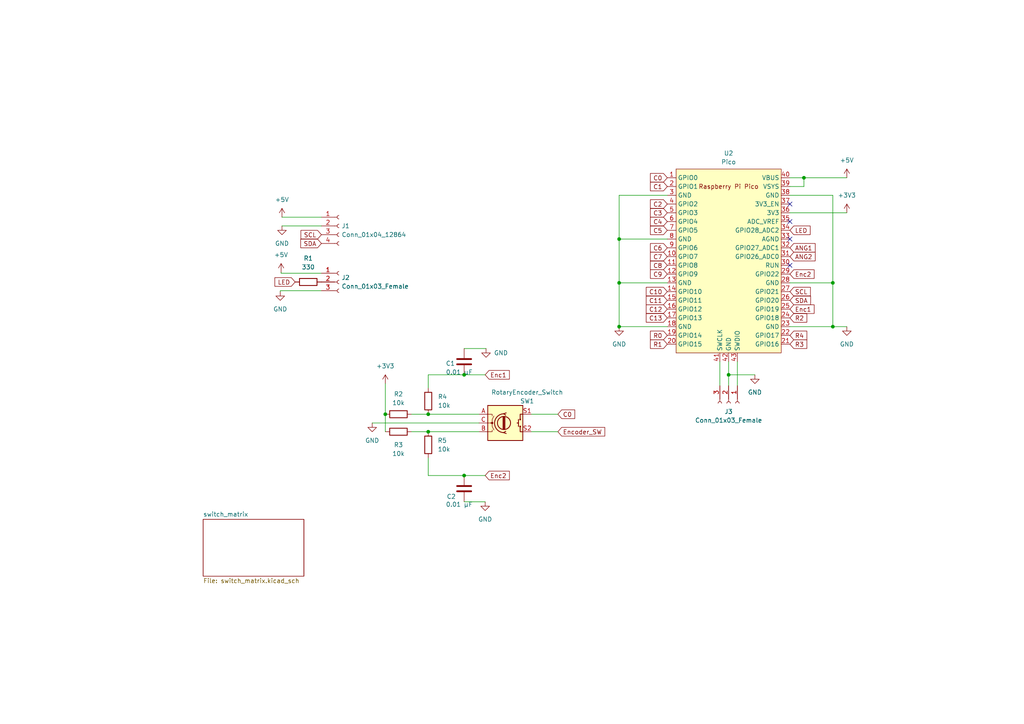
<source format=kicad_sch>
(kicad_sch (version 20230121) (generator eeschema)

  (uuid bae0810c-de5c-4877-9e50-ea2ffd613142)

  (paper "A4")

  (title_block
    (title "CyberKeeb  2040")
    (date "2023-06-10")
    (rev "0.1")
    (comment 1 "CC BY-SA 4.0")
  )

  (lib_symbols
    (symbol "Connector:Conn_01x03_Female" (pin_names (offset 1.016) hide) (in_bom yes) (on_board yes)
      (property "Reference" "J" (at 0 5.08 0)
        (effects (font (size 1.27 1.27)))
      )
      (property "Value" "Conn_01x03_Female" (at 0 -5.08 0)
        (effects (font (size 1.27 1.27)))
      )
      (property "Footprint" "" (at 0 0 0)
        (effects (font (size 1.27 1.27)) hide)
      )
      (property "Datasheet" "~" (at 0 0 0)
        (effects (font (size 1.27 1.27)) hide)
      )
      (property "ki_keywords" "connector" (at 0 0 0)
        (effects (font (size 1.27 1.27)) hide)
      )
      (property "ki_description" "Generic connector, single row, 01x03, script generated (kicad-library-utils/schlib/autogen/connector/)" (at 0 0 0)
        (effects (font (size 1.27 1.27)) hide)
      )
      (property "ki_fp_filters" "Connector*:*_1x??_*" (at 0 0 0)
        (effects (font (size 1.27 1.27)) hide)
      )
      (symbol "Conn_01x03_Female_1_1"
        (arc (start 0 -2.032) (mid -0.5058 -2.54) (end 0 -3.048)
          (stroke (width 0.1524) (type default))
          (fill (type none))
        )
        (polyline
          (pts
            (xy -1.27 -2.54)
            (xy -0.508 -2.54)
          )
          (stroke (width 0.1524) (type default))
          (fill (type none))
        )
        (polyline
          (pts
            (xy -1.27 0)
            (xy -0.508 0)
          )
          (stroke (width 0.1524) (type default))
          (fill (type none))
        )
        (polyline
          (pts
            (xy -1.27 2.54)
            (xy -0.508 2.54)
          )
          (stroke (width 0.1524) (type default))
          (fill (type none))
        )
        (arc (start 0 0.508) (mid -0.5058 0) (end 0 -0.508)
          (stroke (width 0.1524) (type default))
          (fill (type none))
        )
        (arc (start 0 3.048) (mid -0.5058 2.54) (end 0 2.032)
          (stroke (width 0.1524) (type default))
          (fill (type none))
        )
        (pin passive line (at -5.08 2.54 0) (length 3.81)
          (name "Pin_1" (effects (font (size 1.27 1.27))))
          (number "1" (effects (font (size 1.27 1.27))))
        )
        (pin passive line (at -5.08 0 0) (length 3.81)
          (name "Pin_2" (effects (font (size 1.27 1.27))))
          (number "2" (effects (font (size 1.27 1.27))))
        )
        (pin passive line (at -5.08 -2.54 0) (length 3.81)
          (name "Pin_3" (effects (font (size 1.27 1.27))))
          (number "3" (effects (font (size 1.27 1.27))))
        )
      )
    )
    (symbol "Connector:Conn_01x04_Female" (pin_names (offset 1.016) hide) (in_bom yes) (on_board yes)
      (property "Reference" "J" (at 0 5.08 0)
        (effects (font (size 1.27 1.27)))
      )
      (property "Value" "Conn_01x04_Female" (at 0 -7.62 0)
        (effects (font (size 1.27 1.27)))
      )
      (property "Footprint" "" (at 0 0 0)
        (effects (font (size 1.27 1.27)) hide)
      )
      (property "Datasheet" "~" (at 0 0 0)
        (effects (font (size 1.27 1.27)) hide)
      )
      (property "ki_keywords" "connector" (at 0 0 0)
        (effects (font (size 1.27 1.27)) hide)
      )
      (property "ki_description" "Generic connector, single row, 01x04, script generated (kicad-library-utils/schlib/autogen/connector/)" (at 0 0 0)
        (effects (font (size 1.27 1.27)) hide)
      )
      (property "ki_fp_filters" "Connector*:*_1x??_*" (at 0 0 0)
        (effects (font (size 1.27 1.27)) hide)
      )
      (symbol "Conn_01x04_Female_1_1"
        (arc (start 0 -4.572) (mid -0.5058 -5.08) (end 0 -5.588)
          (stroke (width 0.1524) (type default))
          (fill (type none))
        )
        (arc (start 0 -2.032) (mid -0.5058 -2.54) (end 0 -3.048)
          (stroke (width 0.1524) (type default))
          (fill (type none))
        )
        (polyline
          (pts
            (xy -1.27 -5.08)
            (xy -0.508 -5.08)
          )
          (stroke (width 0.1524) (type default))
          (fill (type none))
        )
        (polyline
          (pts
            (xy -1.27 -2.54)
            (xy -0.508 -2.54)
          )
          (stroke (width 0.1524) (type default))
          (fill (type none))
        )
        (polyline
          (pts
            (xy -1.27 0)
            (xy -0.508 0)
          )
          (stroke (width 0.1524) (type default))
          (fill (type none))
        )
        (polyline
          (pts
            (xy -1.27 2.54)
            (xy -0.508 2.54)
          )
          (stroke (width 0.1524) (type default))
          (fill (type none))
        )
        (arc (start 0 0.508) (mid -0.5058 0) (end 0 -0.508)
          (stroke (width 0.1524) (type default))
          (fill (type none))
        )
        (arc (start 0 3.048) (mid -0.5058 2.54) (end 0 2.032)
          (stroke (width 0.1524) (type default))
          (fill (type none))
        )
        (pin passive line (at -5.08 2.54 0) (length 3.81)
          (name "Pin_1" (effects (font (size 1.27 1.27))))
          (number "1" (effects (font (size 1.27 1.27))))
        )
        (pin passive line (at -5.08 0 0) (length 3.81)
          (name "Pin_2" (effects (font (size 1.27 1.27))))
          (number "2" (effects (font (size 1.27 1.27))))
        )
        (pin passive line (at -5.08 -2.54 0) (length 3.81)
          (name "Pin_3" (effects (font (size 1.27 1.27))))
          (number "3" (effects (font (size 1.27 1.27))))
        )
        (pin passive line (at -5.08 -5.08 0) (length 3.81)
          (name "Pin_4" (effects (font (size 1.27 1.27))))
          (number "4" (effects (font (size 1.27 1.27))))
        )
      )
    )
    (symbol "Device:C" (pin_numbers hide) (pin_names (offset 0.254)) (in_bom yes) (on_board yes)
      (property "Reference" "C" (at 0.635 2.54 0)
        (effects (font (size 1.27 1.27)) (justify left))
      )
      (property "Value" "C" (at 0.635 -2.54 0)
        (effects (font (size 1.27 1.27)) (justify left))
      )
      (property "Footprint" "" (at 0.9652 -3.81 0)
        (effects (font (size 1.27 1.27)) hide)
      )
      (property "Datasheet" "~" (at 0 0 0)
        (effects (font (size 1.27 1.27)) hide)
      )
      (property "ki_keywords" "cap capacitor" (at 0 0 0)
        (effects (font (size 1.27 1.27)) hide)
      )
      (property "ki_description" "Unpolarized capacitor" (at 0 0 0)
        (effects (font (size 1.27 1.27)) hide)
      )
      (property "ki_fp_filters" "C_*" (at 0 0 0)
        (effects (font (size 1.27 1.27)) hide)
      )
      (symbol "C_0_1"
        (polyline
          (pts
            (xy -2.032 -0.762)
            (xy 2.032 -0.762)
          )
          (stroke (width 0.508) (type default))
          (fill (type none))
        )
        (polyline
          (pts
            (xy -2.032 0.762)
            (xy 2.032 0.762)
          )
          (stroke (width 0.508) (type default))
          (fill (type none))
        )
      )
      (symbol "C_1_1"
        (pin passive line (at 0 3.81 270) (length 2.794)
          (name "~" (effects (font (size 1.27 1.27))))
          (number "1" (effects (font (size 1.27 1.27))))
        )
        (pin passive line (at 0 -3.81 90) (length 2.794)
          (name "~" (effects (font (size 1.27 1.27))))
          (number "2" (effects (font (size 1.27 1.27))))
        )
      )
    )
    (symbol "Device:R" (pin_numbers hide) (pin_names (offset 0)) (in_bom yes) (on_board yes)
      (property "Reference" "R" (at 2.032 0 90)
        (effects (font (size 1.27 1.27)))
      )
      (property "Value" "R" (at 0 0 90)
        (effects (font (size 1.27 1.27)))
      )
      (property "Footprint" "" (at -1.778 0 90)
        (effects (font (size 1.27 1.27)) hide)
      )
      (property "Datasheet" "~" (at 0 0 0)
        (effects (font (size 1.27 1.27)) hide)
      )
      (property "ki_keywords" "R res resistor" (at 0 0 0)
        (effects (font (size 1.27 1.27)) hide)
      )
      (property "ki_description" "Resistor" (at 0 0 0)
        (effects (font (size 1.27 1.27)) hide)
      )
      (property "ki_fp_filters" "R_*" (at 0 0 0)
        (effects (font (size 1.27 1.27)) hide)
      )
      (symbol "R_0_1"
        (rectangle (start -1.016 -2.54) (end 1.016 2.54)
          (stroke (width 0.254) (type default))
          (fill (type none))
        )
      )
      (symbol "R_1_1"
        (pin passive line (at 0 3.81 270) (length 1.27)
          (name "~" (effects (font (size 1.27 1.27))))
          (number "1" (effects (font (size 1.27 1.27))))
        )
        (pin passive line (at 0 -3.81 90) (length 1.27)
          (name "~" (effects (font (size 1.27 1.27))))
          (number "2" (effects (font (size 1.27 1.27))))
        )
      )
    )
    (symbol "Device:RotaryEncoder_Switch" (pin_names (offset 0.254) hide) (in_bom yes) (on_board yes)
      (property "Reference" "SW" (at 0 6.604 0)
        (effects (font (size 1.27 1.27)))
      )
      (property "Value" "RotaryEncoder_Switch" (at 0 -6.604 0)
        (effects (font (size 1.27 1.27)))
      )
      (property "Footprint" "" (at -3.81 4.064 0)
        (effects (font (size 1.27 1.27)) hide)
      )
      (property "Datasheet" "~" (at 0 6.604 0)
        (effects (font (size 1.27 1.27)) hide)
      )
      (property "ki_keywords" "rotary switch encoder switch push button" (at 0 0 0)
        (effects (font (size 1.27 1.27)) hide)
      )
      (property "ki_description" "Rotary encoder, dual channel, incremental quadrate outputs, with switch" (at 0 0 0)
        (effects (font (size 1.27 1.27)) hide)
      )
      (property "ki_fp_filters" "RotaryEncoder*Switch*" (at 0 0 0)
        (effects (font (size 1.27 1.27)) hide)
      )
      (symbol "RotaryEncoder_Switch_0_1"
        (rectangle (start -5.08 5.08) (end 5.08 -5.08)
          (stroke (width 0.254) (type default))
          (fill (type background))
        )
        (circle (center -3.81 0) (radius 0.254)
          (stroke (width 0) (type default))
          (fill (type outline))
        )
        (circle (center -0.381 0) (radius 1.905)
          (stroke (width 0.254) (type default))
          (fill (type none))
        )
        (arc (start -0.381 2.667) (mid -3.0988 -0.0635) (end -0.381 -2.794)
          (stroke (width 0.254) (type default))
          (fill (type none))
        )
        (polyline
          (pts
            (xy -0.635 -1.778)
            (xy -0.635 1.778)
          )
          (stroke (width 0.254) (type default))
          (fill (type none))
        )
        (polyline
          (pts
            (xy -0.381 -1.778)
            (xy -0.381 1.778)
          )
          (stroke (width 0.254) (type default))
          (fill (type none))
        )
        (polyline
          (pts
            (xy -0.127 1.778)
            (xy -0.127 -1.778)
          )
          (stroke (width 0.254) (type default))
          (fill (type none))
        )
        (polyline
          (pts
            (xy 3.81 0)
            (xy 3.429 0)
          )
          (stroke (width 0.254) (type default))
          (fill (type none))
        )
        (polyline
          (pts
            (xy 3.81 1.016)
            (xy 3.81 -1.016)
          )
          (stroke (width 0.254) (type default))
          (fill (type none))
        )
        (polyline
          (pts
            (xy -5.08 -2.54)
            (xy -3.81 -2.54)
            (xy -3.81 -2.032)
          )
          (stroke (width 0) (type default))
          (fill (type none))
        )
        (polyline
          (pts
            (xy -5.08 2.54)
            (xy -3.81 2.54)
            (xy -3.81 2.032)
          )
          (stroke (width 0) (type default))
          (fill (type none))
        )
        (polyline
          (pts
            (xy 0.254 -3.048)
            (xy -0.508 -2.794)
            (xy 0.127 -2.413)
          )
          (stroke (width 0.254) (type default))
          (fill (type none))
        )
        (polyline
          (pts
            (xy 0.254 2.921)
            (xy -0.508 2.667)
            (xy 0.127 2.286)
          )
          (stroke (width 0.254) (type default))
          (fill (type none))
        )
        (polyline
          (pts
            (xy 5.08 -2.54)
            (xy 4.318 -2.54)
            (xy 4.318 -1.016)
          )
          (stroke (width 0.254) (type default))
          (fill (type none))
        )
        (polyline
          (pts
            (xy 5.08 2.54)
            (xy 4.318 2.54)
            (xy 4.318 1.016)
          )
          (stroke (width 0.254) (type default))
          (fill (type none))
        )
        (polyline
          (pts
            (xy -5.08 0)
            (xy -3.81 0)
            (xy -3.81 -1.016)
            (xy -3.302 -2.032)
          )
          (stroke (width 0) (type default))
          (fill (type none))
        )
        (polyline
          (pts
            (xy -4.318 0)
            (xy -3.81 0)
            (xy -3.81 1.016)
            (xy -3.302 2.032)
          )
          (stroke (width 0) (type default))
          (fill (type none))
        )
        (circle (center 4.318 -1.016) (radius 0.127)
          (stroke (width 0.254) (type default))
          (fill (type none))
        )
        (circle (center 4.318 1.016) (radius 0.127)
          (stroke (width 0.254) (type default))
          (fill (type none))
        )
      )
      (symbol "RotaryEncoder_Switch_1_1"
        (pin passive line (at -7.62 2.54 0) (length 2.54)
          (name "A" (effects (font (size 1.27 1.27))))
          (number "A" (effects (font (size 1.27 1.27))))
        )
        (pin passive line (at -7.62 -2.54 0) (length 2.54)
          (name "B" (effects (font (size 1.27 1.27))))
          (number "B" (effects (font (size 1.27 1.27))))
        )
        (pin passive line (at -7.62 0 0) (length 2.54)
          (name "C" (effects (font (size 1.27 1.27))))
          (number "C" (effects (font (size 1.27 1.27))))
        )
        (pin passive line (at 7.62 2.54 180) (length 2.54)
          (name "S1" (effects (font (size 1.27 1.27))))
          (number "S1" (effects (font (size 1.27 1.27))))
        )
        (pin passive line (at 7.62 -2.54 180) (length 2.54)
          (name "S2" (effects (font (size 1.27 1.27))))
          (number "S2" (effects (font (size 1.27 1.27))))
        )
      )
    )
    (symbol "MCU_RaspberryPi_and_Boards:Pico" (in_bom yes) (on_board yes)
      (property "Reference" "U" (at -13.97 27.94 0)
        (effects (font (size 1.27 1.27)))
      )
      (property "Value" "Pico" (at 0 19.05 0)
        (effects (font (size 1.27 1.27)))
      )
      (property "Footprint" "RPi_Pico:RPi_Pico_SMD_TH" (at 0 0 90)
        (effects (font (size 1.27 1.27)) hide)
      )
      (property "Datasheet" "" (at 0 0 0)
        (effects (font (size 1.27 1.27)) hide)
      )
      (symbol "Pico_0_0"
        (text "Raspberry Pi Pico" (at 0 21.59 0)
          (effects (font (size 1.27 1.27)))
        )
      )
      (symbol "Pico_0_1"
        (rectangle (start -15.24 26.67) (end 15.24 -26.67)
          (stroke (width 0) (type default))
          (fill (type background))
        )
      )
      (symbol "Pico_1_1"
        (pin bidirectional line (at -17.78 24.13 0) (length 2.54)
          (name "GPIO0" (effects (font (size 1.27 1.27))))
          (number "1" (effects (font (size 1.27 1.27))))
        )
        (pin bidirectional line (at -17.78 1.27 0) (length 2.54)
          (name "GPIO7" (effects (font (size 1.27 1.27))))
          (number "10" (effects (font (size 1.27 1.27))))
        )
        (pin bidirectional line (at -17.78 -1.27 0) (length 2.54)
          (name "GPIO8" (effects (font (size 1.27 1.27))))
          (number "11" (effects (font (size 1.27 1.27))))
        )
        (pin bidirectional line (at -17.78 -3.81 0) (length 2.54)
          (name "GPIO9" (effects (font (size 1.27 1.27))))
          (number "12" (effects (font (size 1.27 1.27))))
        )
        (pin power_in line (at -17.78 -6.35 0) (length 2.54)
          (name "GND" (effects (font (size 1.27 1.27))))
          (number "13" (effects (font (size 1.27 1.27))))
        )
        (pin bidirectional line (at -17.78 -8.89 0) (length 2.54)
          (name "GPIO10" (effects (font (size 1.27 1.27))))
          (number "14" (effects (font (size 1.27 1.27))))
        )
        (pin bidirectional line (at -17.78 -11.43 0) (length 2.54)
          (name "GPIO11" (effects (font (size 1.27 1.27))))
          (number "15" (effects (font (size 1.27 1.27))))
        )
        (pin bidirectional line (at -17.78 -13.97 0) (length 2.54)
          (name "GPIO12" (effects (font (size 1.27 1.27))))
          (number "16" (effects (font (size 1.27 1.27))))
        )
        (pin bidirectional line (at -17.78 -16.51 0) (length 2.54)
          (name "GPIO13" (effects (font (size 1.27 1.27))))
          (number "17" (effects (font (size 1.27 1.27))))
        )
        (pin power_in line (at -17.78 -19.05 0) (length 2.54)
          (name "GND" (effects (font (size 1.27 1.27))))
          (number "18" (effects (font (size 1.27 1.27))))
        )
        (pin bidirectional line (at -17.78 -21.59 0) (length 2.54)
          (name "GPIO14" (effects (font (size 1.27 1.27))))
          (number "19" (effects (font (size 1.27 1.27))))
        )
        (pin bidirectional line (at -17.78 21.59 0) (length 2.54)
          (name "GPIO1" (effects (font (size 1.27 1.27))))
          (number "2" (effects (font (size 1.27 1.27))))
        )
        (pin bidirectional line (at -17.78 -24.13 0) (length 2.54)
          (name "GPIO15" (effects (font (size 1.27 1.27))))
          (number "20" (effects (font (size 1.27 1.27))))
        )
        (pin bidirectional line (at 17.78 -24.13 180) (length 2.54)
          (name "GPIO16" (effects (font (size 1.27 1.27))))
          (number "21" (effects (font (size 1.27 1.27))))
        )
        (pin bidirectional line (at 17.78 -21.59 180) (length 2.54)
          (name "GPIO17" (effects (font (size 1.27 1.27))))
          (number "22" (effects (font (size 1.27 1.27))))
        )
        (pin power_in line (at 17.78 -19.05 180) (length 2.54)
          (name "GND" (effects (font (size 1.27 1.27))))
          (number "23" (effects (font (size 1.27 1.27))))
        )
        (pin bidirectional line (at 17.78 -16.51 180) (length 2.54)
          (name "GPIO18" (effects (font (size 1.27 1.27))))
          (number "24" (effects (font (size 1.27 1.27))))
        )
        (pin bidirectional line (at 17.78 -13.97 180) (length 2.54)
          (name "GPIO19" (effects (font (size 1.27 1.27))))
          (number "25" (effects (font (size 1.27 1.27))))
        )
        (pin bidirectional line (at 17.78 -11.43 180) (length 2.54)
          (name "GPIO20" (effects (font (size 1.27 1.27))))
          (number "26" (effects (font (size 1.27 1.27))))
        )
        (pin bidirectional line (at 17.78 -8.89 180) (length 2.54)
          (name "GPIO21" (effects (font (size 1.27 1.27))))
          (number "27" (effects (font (size 1.27 1.27))))
        )
        (pin power_in line (at 17.78 -6.35 180) (length 2.54)
          (name "GND" (effects (font (size 1.27 1.27))))
          (number "28" (effects (font (size 1.27 1.27))))
        )
        (pin bidirectional line (at 17.78 -3.81 180) (length 2.54)
          (name "GPIO22" (effects (font (size 1.27 1.27))))
          (number "29" (effects (font (size 1.27 1.27))))
        )
        (pin power_in line (at -17.78 19.05 0) (length 2.54)
          (name "GND" (effects (font (size 1.27 1.27))))
          (number "3" (effects (font (size 1.27 1.27))))
        )
        (pin input line (at 17.78 -1.27 180) (length 2.54)
          (name "RUN" (effects (font (size 1.27 1.27))))
          (number "30" (effects (font (size 1.27 1.27))))
        )
        (pin bidirectional line (at 17.78 1.27 180) (length 2.54)
          (name "GPIO26_ADC0" (effects (font (size 1.27 1.27))))
          (number "31" (effects (font (size 1.27 1.27))))
        )
        (pin bidirectional line (at 17.78 3.81 180) (length 2.54)
          (name "GPIO27_ADC1" (effects (font (size 1.27 1.27))))
          (number "32" (effects (font (size 1.27 1.27))))
        )
        (pin power_in line (at 17.78 6.35 180) (length 2.54)
          (name "AGND" (effects (font (size 1.27 1.27))))
          (number "33" (effects (font (size 1.27 1.27))))
        )
        (pin bidirectional line (at 17.78 8.89 180) (length 2.54)
          (name "GPIO28_ADC2" (effects (font (size 1.27 1.27))))
          (number "34" (effects (font (size 1.27 1.27))))
        )
        (pin power_in line (at 17.78 11.43 180) (length 2.54)
          (name "ADC_VREF" (effects (font (size 1.27 1.27))))
          (number "35" (effects (font (size 1.27 1.27))))
        )
        (pin power_in line (at 17.78 13.97 180) (length 2.54)
          (name "3V3" (effects (font (size 1.27 1.27))))
          (number "36" (effects (font (size 1.27 1.27))))
        )
        (pin input line (at 17.78 16.51 180) (length 2.54)
          (name "3V3_EN" (effects (font (size 1.27 1.27))))
          (number "37" (effects (font (size 1.27 1.27))))
        )
        (pin bidirectional line (at 17.78 19.05 180) (length 2.54)
          (name "GND" (effects (font (size 1.27 1.27))))
          (number "38" (effects (font (size 1.27 1.27))))
        )
        (pin power_in line (at 17.78 21.59 180) (length 2.54)
          (name "VSYS" (effects (font (size 1.27 1.27))))
          (number "39" (effects (font (size 1.27 1.27))))
        )
        (pin bidirectional line (at -17.78 16.51 0) (length 2.54)
          (name "GPIO2" (effects (font (size 1.27 1.27))))
          (number "4" (effects (font (size 1.27 1.27))))
        )
        (pin power_in line (at 17.78 24.13 180) (length 2.54)
          (name "VBUS" (effects (font (size 1.27 1.27))))
          (number "40" (effects (font (size 1.27 1.27))))
        )
        (pin input line (at -2.54 -29.21 90) (length 2.54)
          (name "SWCLK" (effects (font (size 1.27 1.27))))
          (number "41" (effects (font (size 1.27 1.27))))
        )
        (pin power_in line (at 0 -29.21 90) (length 2.54)
          (name "GND" (effects (font (size 1.27 1.27))))
          (number "42" (effects (font (size 1.27 1.27))))
        )
        (pin bidirectional line (at 2.54 -29.21 90) (length 2.54)
          (name "SWDIO" (effects (font (size 1.27 1.27))))
          (number "43" (effects (font (size 1.27 1.27))))
        )
        (pin bidirectional line (at -17.78 13.97 0) (length 2.54)
          (name "GPIO3" (effects (font (size 1.27 1.27))))
          (number "5" (effects (font (size 1.27 1.27))))
        )
        (pin bidirectional line (at -17.78 11.43 0) (length 2.54)
          (name "GPIO4" (effects (font (size 1.27 1.27))))
          (number "6" (effects (font (size 1.27 1.27))))
        )
        (pin bidirectional line (at -17.78 8.89 0) (length 2.54)
          (name "GPIO5" (effects (font (size 1.27 1.27))))
          (number "7" (effects (font (size 1.27 1.27))))
        )
        (pin power_in line (at -17.78 6.35 0) (length 2.54)
          (name "GND" (effects (font (size 1.27 1.27))))
          (number "8" (effects (font (size 1.27 1.27))))
        )
        (pin bidirectional line (at -17.78 3.81 0) (length 2.54)
          (name "GPIO6" (effects (font (size 1.27 1.27))))
          (number "9" (effects (font (size 1.27 1.27))))
        )
      )
    )
    (symbol "power:+3.3V" (power) (pin_names (offset 0)) (in_bom yes) (on_board yes)
      (property "Reference" "#PWR" (at 0 -3.81 0)
        (effects (font (size 1.27 1.27)) hide)
      )
      (property "Value" "+3.3V" (at 0 3.556 0)
        (effects (font (size 1.27 1.27)))
      )
      (property "Footprint" "" (at 0 0 0)
        (effects (font (size 1.27 1.27)) hide)
      )
      (property "Datasheet" "" (at 0 0 0)
        (effects (font (size 1.27 1.27)) hide)
      )
      (property "ki_keywords" "power-flag" (at 0 0 0)
        (effects (font (size 1.27 1.27)) hide)
      )
      (property "ki_description" "Power symbol creates a global label with name \"+3.3V\"" (at 0 0 0)
        (effects (font (size 1.27 1.27)) hide)
      )
      (symbol "+3.3V_0_1"
        (polyline
          (pts
            (xy -0.762 1.27)
            (xy 0 2.54)
          )
          (stroke (width 0) (type default))
          (fill (type none))
        )
        (polyline
          (pts
            (xy 0 0)
            (xy 0 2.54)
          )
          (stroke (width 0) (type default))
          (fill (type none))
        )
        (polyline
          (pts
            (xy 0 2.54)
            (xy 0.762 1.27)
          )
          (stroke (width 0) (type default))
          (fill (type none))
        )
      )
      (symbol "+3.3V_1_1"
        (pin power_in line (at 0 0 90) (length 0) hide
          (name "+3V3" (effects (font (size 1.27 1.27))))
          (number "1" (effects (font (size 1.27 1.27))))
        )
      )
    )
    (symbol "power:+3V3" (power) (pin_names (offset 0)) (in_bom yes) (on_board yes)
      (property "Reference" "#PWR" (at 0 -3.81 0)
        (effects (font (size 1.27 1.27)) hide)
      )
      (property "Value" "+3V3" (at 0 3.556 0)
        (effects (font (size 1.27 1.27)))
      )
      (property "Footprint" "" (at 0 0 0)
        (effects (font (size 1.27 1.27)) hide)
      )
      (property "Datasheet" "" (at 0 0 0)
        (effects (font (size 1.27 1.27)) hide)
      )
      (property "ki_keywords" "power-flag" (at 0 0 0)
        (effects (font (size 1.27 1.27)) hide)
      )
      (property "ki_description" "Power symbol creates a global label with name \"+3V3\"" (at 0 0 0)
        (effects (font (size 1.27 1.27)) hide)
      )
      (symbol "+3V3_0_1"
        (polyline
          (pts
            (xy -0.762 1.27)
            (xy 0 2.54)
          )
          (stroke (width 0) (type default))
          (fill (type none))
        )
        (polyline
          (pts
            (xy 0 0)
            (xy 0 2.54)
          )
          (stroke (width 0) (type default))
          (fill (type none))
        )
        (polyline
          (pts
            (xy 0 2.54)
            (xy 0.762 1.27)
          )
          (stroke (width 0) (type default))
          (fill (type none))
        )
      )
      (symbol "+3V3_1_1"
        (pin power_in line (at 0 0 90) (length 0) hide
          (name "+3V3" (effects (font (size 1.27 1.27))))
          (number "1" (effects (font (size 1.27 1.27))))
        )
      )
    )
    (symbol "power:+5V" (power) (pin_names (offset 0)) (in_bom yes) (on_board yes)
      (property "Reference" "#PWR" (at 0 -3.81 0)
        (effects (font (size 1.27 1.27)) hide)
      )
      (property "Value" "+5V" (at 0 3.556 0)
        (effects (font (size 1.27 1.27)))
      )
      (property "Footprint" "" (at 0 0 0)
        (effects (font (size 1.27 1.27)) hide)
      )
      (property "Datasheet" "" (at 0 0 0)
        (effects (font (size 1.27 1.27)) hide)
      )
      (property "ki_keywords" "power-flag" (at 0 0 0)
        (effects (font (size 1.27 1.27)) hide)
      )
      (property "ki_description" "Power symbol creates a global label with name \"+5V\"" (at 0 0 0)
        (effects (font (size 1.27 1.27)) hide)
      )
      (symbol "+5V_0_1"
        (polyline
          (pts
            (xy -0.762 1.27)
            (xy 0 2.54)
          )
          (stroke (width 0) (type default))
          (fill (type none))
        )
        (polyline
          (pts
            (xy 0 0)
            (xy 0 2.54)
          )
          (stroke (width 0) (type default))
          (fill (type none))
        )
        (polyline
          (pts
            (xy 0 2.54)
            (xy 0.762 1.27)
          )
          (stroke (width 0) (type default))
          (fill (type none))
        )
      )
      (symbol "+5V_1_1"
        (pin power_in line (at 0 0 90) (length 0) hide
          (name "+5V" (effects (font (size 1.27 1.27))))
          (number "1" (effects (font (size 1.27 1.27))))
        )
      )
    )
    (symbol "power:GND" (power) (pin_names (offset 0)) (in_bom yes) (on_board yes)
      (property "Reference" "#PWR" (at 0 -6.35 0)
        (effects (font (size 1.27 1.27)) hide)
      )
      (property "Value" "GND" (at 0 -3.81 0)
        (effects (font (size 1.27 1.27)))
      )
      (property "Footprint" "" (at 0 0 0)
        (effects (font (size 1.27 1.27)) hide)
      )
      (property "Datasheet" "" (at 0 0 0)
        (effects (font (size 1.27 1.27)) hide)
      )
      (property "ki_keywords" "power-flag" (at 0 0 0)
        (effects (font (size 1.27 1.27)) hide)
      )
      (property "ki_description" "Power symbol creates a global label with name \"GND\" , ground" (at 0 0 0)
        (effects (font (size 1.27 1.27)) hide)
      )
      (symbol "GND_0_1"
        (polyline
          (pts
            (xy 0 0)
            (xy 0 -1.27)
            (xy 1.27 -1.27)
            (xy 0 -2.54)
            (xy -1.27 -1.27)
            (xy 0 -1.27)
          )
          (stroke (width 0) (type default))
          (fill (type none))
        )
      )
      (symbol "GND_1_1"
        (pin power_in line (at 0 0 270) (length 0) hide
          (name "GND" (effects (font (size 1.27 1.27))))
          (number "1" (effects (font (size 1.27 1.27))))
        )
      )
    )
  )

  (junction (at 233.172 51.562) (diameter 0) (color 0 0 0 0)
    (uuid 151dff9b-f80e-47d0-9f80-0f38f884de26)
  )
  (junction (at 179.578 82.042) (diameter 0) (color 0 0 0 0)
    (uuid 2a92231e-c4c9-4372-bead-d7da797afccd)
  )
  (junction (at 241.554 94.742) (diameter 0) (color 0 0 0 0)
    (uuid 3f622471-f7f9-4b6b-ad01-1c5dc71aa40b)
  )
  (junction (at 134.62 108.712) (diameter 0) (color 0 0 0 0)
    (uuid 4599a071-448d-403c-8e05-f536bcc2e090)
  )
  (junction (at 124.206 125.222) (diameter 0) (color 0 0 0 0)
    (uuid 4918c69f-6f6a-4c20-aa88-6be0060ccfef)
  )
  (junction (at 179.578 94.742) (diameter 0) (color 0 0 0 0)
    (uuid 61027d44-522b-458e-b2d1-ebe189107bbf)
  )
  (junction (at 111.76 120.142) (diameter 0) (color 0 0 0 0)
    (uuid 98457bf8-0903-4f2a-be9e-1bac92e20bf3)
  )
  (junction (at 124.206 120.142) (diameter 0) (color 0 0 0 0)
    (uuid ad852e6f-4188-4eac-8554-d5d09f65e815)
  )
  (junction (at 241.554 82.042) (diameter 0) (color 0 0 0 0)
    (uuid c6fd534b-bf7b-4d3a-be5f-dd3e52329dd5)
  )
  (junction (at 134.62 137.922) (diameter 0) (color 0 0 0 0)
    (uuid dc5b9760-ba08-4d02-9539-cd371410621b)
  )
  (junction (at 211.328 108.712) (diameter 0) (color 0 0 0 0)
    (uuid f0ba7e05-9f8e-4ff2-a95f-8aec5ff15b5a)
  )
  (junction (at 179.578 69.342) (diameter 0) (color 0 0 0 0)
    (uuid f4f1475a-737c-4566-8d6d-acc467df58b5)
  )

  (no_connect (at 229.108 59.182) (uuid 32fb0ea6-f1e0-4c29-8a14-65fa55d3e702))
  (no_connect (at 229.108 64.262) (uuid 32fb0ea6-f1e0-4c29-8a14-65fa55d3e703))
  (no_connect (at 229.108 76.962) (uuid 32fb0ea6-f1e0-4c29-8a14-65fa55d3e704))
  (no_connect (at 229.108 69.342) (uuid 32fb0ea6-f1e0-4c29-8a14-65fa55d3e705))

  (wire (pts (xy 193.548 56.642) (xy 179.578 56.642))
    (stroke (width 0) (type default))
    (uuid 01070c97-f948-4240-a8ff-2932dabdf039)
  )
  (wire (pts (xy 179.578 82.042) (xy 179.578 94.742))
    (stroke (width 0) (type default))
    (uuid 02c7733e-a4d8-4ff7-94a2-ed8a9563f628)
  )
  (wire (pts (xy 124.206 120.142) (xy 138.938 120.142))
    (stroke (width 0) (type default))
    (uuid 050b50ca-5dd3-4a9d-ac20-1117d57d9f8d)
  )
  (wire (pts (xy 229.108 56.642) (xy 241.554 56.642))
    (stroke (width 0) (type default))
    (uuid 16aab128-7392-4ed9-8d17-e174ddcf53d9)
  )
  (wire (pts (xy 124.206 112.522) (xy 124.206 108.712))
    (stroke (width 0) (type default))
    (uuid 1a74a797-ca74-4839-9011-604243cb08af)
  )
  (wire (pts (xy 179.578 56.642) (xy 179.578 69.342))
    (stroke (width 0) (type default))
    (uuid 1c2e3640-4df5-4a4f-a13d-bc6096ba3574)
  )
  (wire (pts (xy 93.218 84.328) (xy 81.28 84.328))
    (stroke (width 0) (type default))
    (uuid 20f9eee6-7d87-4bad-a9d7-d28139a9d148)
  )
  (wire (pts (xy 154.178 125.222) (xy 161.798 125.222))
    (stroke (width 0) (type default))
    (uuid 219a9511-beb7-4182-801c-bc969e6fb0bf)
  )
  (wire (pts (xy 93.218 79.248) (xy 81.534 79.248))
    (stroke (width 0) (type default))
    (uuid 299ec30b-1a08-4286-b5e6-7a4dbd94f914)
  )
  (wire (pts (xy 107.95 122.682) (xy 138.938 122.682))
    (stroke (width 0) (type default))
    (uuid 35de6a45-cde9-42f0-96b6-06913e12e609)
  )
  (wire (pts (xy 233.172 51.562) (xy 245.618 51.562))
    (stroke (width 0) (type default))
    (uuid 3901f845-600e-49b3-b532-c97caba59c49)
  )
  (wire (pts (xy 241.554 94.742) (xy 245.618 94.742))
    (stroke (width 0) (type default))
    (uuid 416b5863-0f03-4629-9ab6-9ef8fdabe6c4)
  )
  (wire (pts (xy 229.108 94.742) (xy 241.554 94.742))
    (stroke (width 0) (type default))
    (uuid 4be9f9a4-77b0-4f75-8d61-9f327afd665a)
  )
  (wire (pts (xy 233.172 54.102) (xy 233.172 51.562))
    (stroke (width 0) (type default))
    (uuid 4d505125-816c-4ef0-9fea-fd546fd63cd3)
  )
  (wire (pts (xy 229.108 82.042) (xy 241.554 82.042))
    (stroke (width 0) (type default))
    (uuid 4d85c4b3-6080-43b7-9adb-6f53fd7b9677)
  )
  (wire (pts (xy 124.206 132.842) (xy 124.206 137.922))
    (stroke (width 0) (type default))
    (uuid 51f2257b-0594-46eb-b5a8-88ce85feede6)
  )
  (wire (pts (xy 179.578 69.342) (xy 193.548 69.342))
    (stroke (width 0) (type default))
    (uuid 53f51af4-0428-4ffb-a54f-1a7a54477421)
  )
  (wire (pts (xy 124.206 137.922) (xy 134.62 137.922))
    (stroke (width 0) (type default))
    (uuid 5e529fc1-8487-4529-9f08-d930531a8568)
  )
  (wire (pts (xy 124.206 125.222) (xy 138.938 125.222))
    (stroke (width 0) (type default))
    (uuid 652ad436-bd5e-4152-baea-4ffb792d2686)
  )
  (wire (pts (xy 134.62 101.092) (xy 140.97 101.092))
    (stroke (width 0) (type default))
    (uuid 681bb5d6-a5b4-4a5f-8a3a-333e8fcd7f47)
  )
  (wire (pts (xy 81.788 62.992) (xy 93.218 62.992))
    (stroke (width 0) (type default))
    (uuid 6cdab019-5e43-4b2c-afd8-d6c4232f86f7)
  )
  (wire (pts (xy 111.76 120.142) (xy 111.76 125.222))
    (stroke (width 0) (type default))
    (uuid 77afa3a9-724d-41fe-ae7b-0f6c9d2e5c34)
  )
  (wire (pts (xy 213.868 104.902) (xy 213.868 111.887))
    (stroke (width 0) (type default))
    (uuid 8b7afe3e-4ca8-4e73-ba27-06129ec0b550)
  )
  (wire (pts (xy 81.534 79.248) (xy 81.534 78.994))
    (stroke (width 0) (type default))
    (uuid 92955e1c-e9b3-4fbe-a3e0-78f9fc76f17a)
  )
  (wire (pts (xy 179.578 69.342) (xy 179.578 82.042))
    (stroke (width 0) (type default))
    (uuid 9a6fb5d0-23f8-4774-8387-572e513e1115)
  )
  (wire (pts (xy 179.578 94.742) (xy 193.548 94.742))
    (stroke (width 0) (type default))
    (uuid 9ff87096-f9e6-4f31-ab5f-92caca6c43e0)
  )
  (wire (pts (xy 211.328 104.902) (xy 211.328 108.712))
    (stroke (width 0) (type default))
    (uuid a09f0957-f78b-4ac5-9b27-8ec0a6ff0757)
  )
  (wire (pts (xy 111.76 111.252) (xy 111.76 120.142))
    (stroke (width 0) (type default))
    (uuid a23653a5-6096-4ce3-bbc1-f4d41b11c58b)
  )
  (wire (pts (xy 179.578 82.042) (xy 193.548 82.042))
    (stroke (width 0) (type default))
    (uuid a5cd7fe1-a16d-42db-be96-dd2e14365ce9)
  )
  (wire (pts (xy 134.62 145.542) (xy 140.716 145.542))
    (stroke (width 0) (type default))
    (uuid a8322d16-95e1-4a71-ac0d-9402c4fd027d)
  )
  (wire (pts (xy 119.38 120.142) (xy 124.206 120.142))
    (stroke (width 0) (type default))
    (uuid a86a44c0-48e7-41f9-b4f1-eb780c0a39d3)
  )
  (wire (pts (xy 229.108 54.102) (xy 233.172 54.102))
    (stroke (width 0) (type default))
    (uuid b1d65652-42bc-4b42-af28-beaae0aa3800)
  )
  (wire (pts (xy 208.788 104.902) (xy 208.788 111.887))
    (stroke (width 0) (type default))
    (uuid b6608749-1253-4c80-86b6-06c110607528)
  )
  (wire (pts (xy 134.62 137.922) (xy 140.716 137.922))
    (stroke (width 0) (type default))
    (uuid bd79692c-c5cc-4d3d-9d20-63f62c35fafd)
  )
  (wire (pts (xy 211.328 108.712) (xy 211.328 111.887))
    (stroke (width 0) (type default))
    (uuid c5e48988-aa0c-4fe3-805f-58675beeff9d)
  )
  (wire (pts (xy 134.62 108.712) (xy 140.716 108.712))
    (stroke (width 0) (type default))
    (uuid ce9fe8ab-f23f-47d0-aecf-dfa164fdfc17)
  )
  (wire (pts (xy 81.28 84.328) (xy 81.28 84.582))
    (stroke (width 0) (type default))
    (uuid d5439298-8879-4185-90fa-b5baba3065b9)
  )
  (wire (pts (xy 119.38 125.222) (xy 124.206 125.222))
    (stroke (width 0) (type default))
    (uuid d7f72747-7d34-4597-b139-e465a68b9d5f)
  )
  (wire (pts (xy 241.554 56.642) (xy 241.554 82.042))
    (stroke (width 0) (type default))
    (uuid e9080568-36bd-41de-931b-b045f6c0c1d2)
  )
  (wire (pts (xy 154.178 120.142) (xy 161.798 120.142))
    (stroke (width 0) (type default))
    (uuid eade8ab9-f4b8-4337-98aa-3a3b033ff181)
  )
  (wire (pts (xy 229.108 61.722) (xy 245.618 61.722))
    (stroke (width 0) (type default))
    (uuid f0ab4cce-cd8e-4e8f-8b99-d25852f3338a)
  )
  (wire (pts (xy 211.328 108.712) (xy 218.948 108.712))
    (stroke (width 0) (type default))
    (uuid f48945d0-fb8f-4aa9-a1a2-3473af603c0e)
  )
  (wire (pts (xy 229.108 51.562) (xy 233.172 51.562))
    (stroke (width 0) (type default))
    (uuid f68e9db2-9f3e-4daf-b50d-75ff4fc75383)
  )
  (wire (pts (xy 124.206 108.712) (xy 134.62 108.712))
    (stroke (width 0) (type default))
    (uuid f71d6a97-065f-450b-add2-03524acf25e2)
  )
  (wire (pts (xy 241.554 82.042) (xy 241.554 94.742))
    (stroke (width 0) (type default))
    (uuid faddedae-19af-4d5b-a498-5bcae86d8d40)
  )
  (wire (pts (xy 81.788 65.532) (xy 93.218 65.532))
    (stroke (width 0) (type default))
    (uuid fd0ae4d6-1741-4a66-bae3-f98e5bd55d6c)
  )

  (global_label "ANG2" (shape input) (at 229.108 74.422 0) (fields_autoplaced)
    (effects (font (size 1.27 1.27)) (justify left))
    (uuid 01567f49-9374-4c48-930d-6053237a105e)
    (property "Intersheetrefs" "${INTERSHEET_REFS}" (at 236.9124 74.422 0)
      (effects (font (size 1.27 1.27)) (justify left) hide)
    )
  )
  (global_label "SDA" (shape input) (at 229.108 87.122 0) (fields_autoplaced)
    (effects (font (size 1.27 1.27)) (justify left))
    (uuid 044ddb65-e1cb-4d7c-af88-91e51f5aea26)
    (property "Intersheetrefs" "${INTERSHEET_REFS}" (at 235.5819 87.122 0)
      (effects (font (size 1.27 1.27)) (justify left) hide)
    )
  )
  (global_label "Enc1" (shape input) (at 140.716 108.712 0) (fields_autoplaced)
    (effects (font (size 1.27 1.27)) (justify left))
    (uuid 23025144-b4d8-44f3-92af-4e2056a914db)
    (property "Intersheetrefs" "${INTERSHEET_REFS}" (at 148.2179 108.712 0)
      (effects (font (size 1.27 1.27)) (justify left) hide)
    )
  )
  (global_label "ANG1" (shape input) (at 229.108 71.882 0) (fields_autoplaced)
    (effects (font (size 1.27 1.27)) (justify left))
    (uuid 30829de4-745c-4560-833d-aecdb0677e11)
    (property "Intersheetrefs" "${INTERSHEET_REFS}" (at 236.9124 71.882 0)
      (effects (font (size 1.27 1.27)) (justify left) hide)
    )
  )
  (global_label "LED" (shape input) (at 229.108 66.802 0) (fields_autoplaced)
    (effects (font (size 1.27 1.27)) (justify left))
    (uuid 313d55d5-181d-4c11-b3e1-bc5e063cdb74)
    (property "Intersheetrefs" "${INTERSHEET_REFS}" (at 235.4609 66.802 0)
      (effects (font (size 1.27 1.27)) (justify left) hide)
    )
  )
  (global_label "C1" (shape input) (at 193.548 54.102 180) (fields_autoplaced)
    (effects (font (size 1.27 1.27)) (justify right))
    (uuid 34ff1714-a01d-4a69-a425-533bcc1878c8)
    (property "Intersheetrefs" "${INTERSHEET_REFS}" (at 188.6554 54.0226 0)
      (effects (font (size 1.27 1.27)) (justify right) hide)
    )
  )
  (global_label "SDA" (shape input) (at 93.218 70.612 180) (fields_autoplaced)
    (effects (font (size 1.27 1.27)) (justify right))
    (uuid 379e75fd-a087-44da-848b-6c5098e76909)
    (property "Intersheetrefs" "${INTERSHEET_REFS}" (at 87.2368 70.5326 0)
      (effects (font (size 1.27 1.27)) (justify right) hide)
    )
  )
  (global_label "C5" (shape input) (at 193.548 66.802 180) (fields_autoplaced)
    (effects (font (size 1.27 1.27)) (justify right))
    (uuid 3b1f0901-cdce-4674-bc1e-7f9e560f6ca8)
    (property "Intersheetrefs" "${INTERSHEET_REFS}" (at 188.6554 66.7226 0)
      (effects (font (size 1.27 1.27)) (justify right) hide)
    )
  )
  (global_label "Enc1" (shape input) (at 229.108 89.662 0) (fields_autoplaced)
    (effects (font (size 1.27 1.27)) (justify left))
    (uuid 3c5add1d-0788-435c-89cc-41d2a11ba21b)
    (property "Intersheetrefs" "${INTERSHEET_REFS}" (at 236.6099 89.662 0)
      (effects (font (size 1.27 1.27)) (justify left) hide)
    )
  )
  (global_label "R1" (shape input) (at 193.548 99.822 180) (fields_autoplaced)
    (effects (font (size 1.27 1.27)) (justify right))
    (uuid 3dd25ec6-d8f9-4403-acdf-00f135fc05e9)
    (property "Intersheetrefs" "${INTERSHEET_REFS}" (at 188.6554 99.7426 0)
      (effects (font (size 1.27 1.27)) (justify right) hide)
    )
  )
  (global_label "R0" (shape input) (at 193.548 97.282 180) (fields_autoplaced)
    (effects (font (size 1.27 1.27)) (justify right))
    (uuid 4bfe663c-6303-45db-a80a-bfcd61d83f34)
    (property "Intersheetrefs" "${INTERSHEET_REFS}" (at 188.6554 97.2026 0)
      (effects (font (size 1.27 1.27)) (justify right) hide)
    )
  )
  (global_label "C0" (shape input) (at 161.798 120.142 0) (fields_autoplaced)
    (effects (font (size 1.27 1.27)) (justify left))
    (uuid 51eef0fa-b7a9-4587-ae8a-07b05bf1e9d3)
    (property "Intersheetrefs" "${INTERSHEET_REFS}" (at 166.6906 120.0626 0)
      (effects (font (size 1.27 1.27)) (justify left) hide)
    )
  )
  (global_label "R4" (shape input) (at 229.108 97.282 0) (fields_autoplaced)
    (effects (font (size 1.27 1.27)) (justify left))
    (uuid 5f5de108-df89-46c6-97ad-cd8cb4e1d09e)
    (property "Intersheetrefs" "${INTERSHEET_REFS}" (at 234.4933 97.282 0)
      (effects (font (size 1.27 1.27)) (justify left) hide)
    )
  )
  (global_label "C9" (shape input) (at 193.548 79.502 180) (fields_autoplaced)
    (effects (font (size 1.27 1.27)) (justify right))
    (uuid 643faa53-3791-478a-bd3b-f39fe3b28eac)
    (property "Intersheetrefs" "${INTERSHEET_REFS}" (at 188.6554 79.4226 0)
      (effects (font (size 1.27 1.27)) (justify right) hide)
    )
  )
  (global_label "C8" (shape input) (at 193.548 76.962 180) (fields_autoplaced)
    (effects (font (size 1.27 1.27)) (justify right))
    (uuid 64850ae9-24aa-48d5-b56e-de9447d3f671)
    (property "Intersheetrefs" "${INTERSHEET_REFS}" (at 188.6554 76.8826 0)
      (effects (font (size 1.27 1.27)) (justify right) hide)
    )
  )
  (global_label "R3" (shape input) (at 229.108 99.822 0) (fields_autoplaced)
    (effects (font (size 1.27 1.27)) (justify left))
    (uuid 6d96b3e0-3c5f-43b1-9486-57407facb4a1)
    (property "Intersheetrefs" "${INTERSHEET_REFS}" (at 234.4933 99.822 0)
      (effects (font (size 1.27 1.27)) (justify left) hide)
    )
  )
  (global_label "C13" (shape input) (at 193.548 92.202 180) (fields_autoplaced)
    (effects (font (size 1.27 1.27)) (justify right))
    (uuid 74dd22c9-fb61-4a35-a738-84e58e084c2d)
    (property "Intersheetrefs" "${INTERSHEET_REFS}" (at 188.6554 92.1226 0)
      (effects (font (size 1.27 1.27)) (justify right) hide)
    )
  )
  (global_label "C0" (shape input) (at 193.548 51.562 180) (fields_autoplaced)
    (effects (font (size 1.27 1.27)) (justify right))
    (uuid 76d76ff6-2c21-4275-862f-054b839ee44f)
    (property "Intersheetrefs" "${INTERSHEET_REFS}" (at 188.6554 51.4826 0)
      (effects (font (size 1.27 1.27)) (justify right) hide)
    )
  )
  (global_label "C6" (shape input) (at 193.548 71.882 180) (fields_autoplaced)
    (effects (font (size 1.27 1.27)) (justify right))
    (uuid 7dc59cde-010c-4c4a-98fc-26fcea57eabe)
    (property "Intersheetrefs" "${INTERSHEET_REFS}" (at 188.6554 71.8026 0)
      (effects (font (size 1.27 1.27)) (justify right) hide)
    )
  )
  (global_label "C3" (shape input) (at 193.548 61.722 180) (fields_autoplaced)
    (effects (font (size 1.27 1.27)) (justify right))
    (uuid 852eac65-57da-4938-bf21-8289eb0b39ed)
    (property "Intersheetrefs" "${INTERSHEET_REFS}" (at 188.6554 61.6426 0)
      (effects (font (size 1.27 1.27)) (justify right) hide)
    )
  )
  (global_label "Enc2" (shape input) (at 229.108 79.502 0) (fields_autoplaced)
    (effects (font (size 1.27 1.27)) (justify left))
    (uuid 8eb81228-aba0-4c45-ae92-af7f857bf9b4)
    (property "Intersheetrefs" "${INTERSHEET_REFS}" (at 236.6099 79.502 0)
      (effects (font (size 1.27 1.27)) (justify left) hide)
    )
  )
  (global_label "Enc2" (shape input) (at 140.716 137.922 0) (fields_autoplaced)
    (effects (font (size 1.27 1.27)) (justify left))
    (uuid 986cf26c-e477-4016-8121-30e1fb618aa7)
    (property "Intersheetrefs" "${INTERSHEET_REFS}" (at 148.2179 137.922 0)
      (effects (font (size 1.27 1.27)) (justify left) hide)
    )
  )
  (global_label "C11" (shape input) (at 193.548 87.122 180) (fields_autoplaced)
    (effects (font (size 1.27 1.27)) (justify right))
    (uuid a161128e-3984-43ed-879a-b3e898859636)
    (property "Intersheetrefs" "${INTERSHEET_REFS}" (at 188.6554 87.0426 0)
      (effects (font (size 1.27 1.27)) (justify right) hide)
    )
  )
  (global_label "C12" (shape input) (at 193.548 89.662 180) (fields_autoplaced)
    (effects (font (size 1.27 1.27)) (justify right))
    (uuid a8c2bafb-6a16-46ef-9903-22fa5f1a0f02)
    (property "Intersheetrefs" "${INTERSHEET_REFS}" (at 188.6554 89.5826 0)
      (effects (font (size 1.27 1.27)) (justify right) hide)
    )
  )
  (global_label "C4" (shape input) (at 193.548 64.262 180) (fields_autoplaced)
    (effects (font (size 1.27 1.27)) (justify right))
    (uuid ab382f1e-2fb4-49ed-971f-4515f0c16130)
    (property "Intersheetrefs" "${INTERSHEET_REFS}" (at 188.6554 64.1826 0)
      (effects (font (size 1.27 1.27)) (justify right) hide)
    )
  )
  (global_label "Encoder_SW" (shape input) (at 161.798 125.222 0) (fields_autoplaced)
    (effects (font (size 1.27 1.27)) (justify left))
    (uuid aed1b3fc-8219-4abc-bb96-1c4a7564f371)
    (property "Intersheetrefs" "${INTERSHEET_REFS}" (at 175.8917 125.222 0)
      (effects (font (size 1.27 1.27)) (justify left) hide)
    )
  )
  (global_label "C10" (shape input) (at 193.548 84.582 180) (fields_autoplaced)
    (effects (font (size 1.27 1.27)) (justify right))
    (uuid bc584088-4c7c-4211-bc42-e61fde9ef758)
    (property "Intersheetrefs" "${INTERSHEET_REFS}" (at 188.6554 84.5026 0)
      (effects (font (size 1.27 1.27)) (justify right) hide)
    )
  )
  (global_label "LED" (shape input) (at 85.598 81.788 180) (fields_autoplaced)
    (effects (font (size 1.27 1.27)) (justify right))
    (uuid daac95e1-503f-4a5c-9ac6-4139dd53ba12)
    (property "Intersheetrefs" "${INTERSHEET_REFS}" (at 79.2451 81.788 0)
      (effects (font (size 1.27 1.27)) (justify right) hide)
    )
  )
  (global_label "C7" (shape input) (at 193.548 74.422 180) (fields_autoplaced)
    (effects (font (size 1.27 1.27)) (justify right))
    (uuid db39e708-dbab-40cc-9424-1842efce9db1)
    (property "Intersheetrefs" "${INTERSHEET_REFS}" (at 188.6554 74.3426 0)
      (effects (font (size 1.27 1.27)) (justify right) hide)
    )
  )
  (global_label "SCL" (shape input) (at 93.218 68.072 180) (fields_autoplaced)
    (effects (font (size 1.27 1.27)) (justify right))
    (uuid e8f884d9-0ad3-4080-92b4-834588128df2)
    (property "Intersheetrefs" "${INTERSHEET_REFS}" (at 87.2973 67.9926 0)
      (effects (font (size 1.27 1.27)) (justify right) hide)
    )
  )
  (global_label "SCL" (shape input) (at 229.108 84.582 0) (fields_autoplaced)
    (effects (font (size 1.27 1.27)) (justify left))
    (uuid e9ff2848-8813-4edf-ad8c-455cbac6bbe3)
    (property "Intersheetrefs" "${INTERSHEET_REFS}" (at 235.5214 84.582 0)
      (effects (font (size 1.27 1.27)) (justify left) hide)
    )
  )
  (global_label "C2" (shape input) (at 193.548 59.182 180) (fields_autoplaced)
    (effects (font (size 1.27 1.27)) (justify right))
    (uuid ee26012c-d7db-4c90-a31a-959fa3354ebf)
    (property "Intersheetrefs" "${INTERSHEET_REFS}" (at 188.6554 59.1026 0)
      (effects (font (size 1.27 1.27)) (justify right) hide)
    )
  )
  (global_label "R2" (shape input) (at 229.108 92.202 0) (fields_autoplaced)
    (effects (font (size 1.27 1.27)) (justify left))
    (uuid fda358a2-023b-4e3e-9f36-accc265e4ac9)
    (property "Intersheetrefs" "${INTERSHEET_REFS}" (at 234.4933 92.202 0)
      (effects (font (size 1.27 1.27)) (justify left) hide)
    )
  )

  (symbol (lib_id "Device:R") (at 124.206 129.032 0) (unit 1)
    (in_bom yes) (on_board yes) (dnp no)
    (uuid 07216930-a949-4a46-aeee-8a21dea9e7f0)
    (property "Reference" "R5" (at 128.27 127.762 0)
      (effects (font (size 1.27 1.27)))
    )
    (property "Value" "10k" (at 128.778 130.302 0)
      (effects (font (size 1.27 1.27)))
    )
    (property "Footprint" "Resistor_THT:R_Axial_DIN0207_L6.3mm_D2.5mm_P10.16mm_Horizontal" (at 122.428 129.032 90)
      (effects (font (size 1.27 1.27)) hide)
    )
    (property "Datasheet" "~" (at 124.206 129.032 0)
      (effects (font (size 1.27 1.27)) hide)
    )
    (pin "1" (uuid 79ec5aa4-5af8-4698-ae41-08a389691a9d))
    (pin "2" (uuid 4c94de67-9aef-4e51-9673-126ebd39be0f))
    (instances
      (project "MainBoard"
        (path "/bae0810c-de5c-4877-9e50-ea2ffd613142"
          (reference "R5") (unit 1)
        )
      )
    )
  )

  (symbol (lib_id "power:GND") (at 179.578 94.742 0) (unit 1)
    (in_bom yes) (on_board yes) (dnp no) (fields_autoplaced)
    (uuid 0d569c1c-94c0-4e5d-9fa1-75857273fe7d)
    (property "Reference" "#PWR013" (at 179.578 101.092 0)
      (effects (font (size 1.27 1.27)) hide)
    )
    (property "Value" "GND" (at 179.578 99.822 0)
      (effects (font (size 1.27 1.27)))
    )
    (property "Footprint" "" (at 179.578 94.742 0)
      (effects (font (size 1.27 1.27)) hide)
    )
    (property "Datasheet" "" (at 179.578 94.742 0)
      (effects (font (size 1.27 1.27)) hide)
    )
    (pin "1" (uuid ec4a243c-0ab9-457b-bc4b-2cce1bd8df50))
    (instances
      (project "MainBoard"
        (path "/bae0810c-de5c-4877-9e50-ea2ffd613142"
          (reference "#PWR013") (unit 1)
        )
      )
    )
  )

  (symbol (lib_id "power:GND") (at 81.28 84.582 0) (unit 1)
    (in_bom yes) (on_board yes) (dnp no) (fields_autoplaced)
    (uuid 1cb4f8f9-bdeb-4899-990b-96e347e0353c)
    (property "Reference" "#PWR01" (at 81.28 90.932 0)
      (effects (font (size 1.27 1.27)) hide)
    )
    (property "Value" "GND" (at 81.28 89.662 0)
      (effects (font (size 1.27 1.27)))
    )
    (property "Footprint" "" (at 81.28 84.582 0)
      (effects (font (size 1.27 1.27)) hide)
    )
    (property "Datasheet" "" (at 81.28 84.582 0)
      (effects (font (size 1.27 1.27)) hide)
    )
    (pin "1" (uuid 9134be1d-393c-41d4-a5b5-f8f6515e39dd))
    (instances
      (project "MainBoard"
        (path "/bae0810c-de5c-4877-9e50-ea2ffd613142"
          (reference "#PWR01") (unit 1)
        )
      )
    )
  )

  (symbol (lib_id "Connector:Conn_01x03_Female") (at 98.298 81.788 0) (unit 1)
    (in_bom yes) (on_board yes) (dnp no) (fields_autoplaced)
    (uuid 29f8f16e-f080-4d77-9976-065de9c61964)
    (property "Reference" "J2" (at 99.06 80.5179 0)
      (effects (font (size 1.27 1.27)) (justify left))
    )
    (property "Value" "Conn_01x03_Female" (at 99.06 83.0579 0)
      (effects (font (size 1.27 1.27)) (justify left))
    )
    (property "Footprint" "Connector_PinHeader_2.54mm:PinHeader_1x03_P2.54mm_Vertical" (at 98.298 81.788 0)
      (effects (font (size 1.27 1.27)) hide)
    )
    (property "Datasheet" "~" (at 98.298 81.788 0)
      (effects (font (size 1.27 1.27)) hide)
    )
    (pin "1" (uuid fba4bb13-4ef7-4a33-b8c5-b92c295621cd))
    (pin "2" (uuid f8939658-69f9-4dc9-90b6-d1295e539664))
    (pin "3" (uuid 7f27a227-b3bd-4b04-b611-c0b0918936d8))
    (instances
      (project "MainBoard"
        (path "/bae0810c-de5c-4877-9e50-ea2ffd613142"
          (reference "J2") (unit 1)
        )
      )
    )
  )

  (symbol (lib_id "Device:R") (at 124.206 116.332 180) (unit 1)
    (in_bom yes) (on_board yes) (dnp no) (fields_autoplaced)
    (uuid 336132d6-83aa-4fd3-8f7a-4d6db84b03b0)
    (property "Reference" "R4" (at 127 115.0619 0)
      (effects (font (size 1.27 1.27)) (justify right))
    )
    (property "Value" "10k" (at 127 117.6019 0)
      (effects (font (size 1.27 1.27)) (justify right))
    )
    (property "Footprint" "Resistor_THT:R_Axial_DIN0207_L6.3mm_D2.5mm_P10.16mm_Horizontal" (at 125.984 116.332 90)
      (effects (font (size 1.27 1.27)) hide)
    )
    (property "Datasheet" "~" (at 124.206 116.332 0)
      (effects (font (size 1.27 1.27)) hide)
    )
    (pin "1" (uuid 2959c073-c62f-46f9-87d3-ff1cc5165a63))
    (pin "2" (uuid 6c57fe38-0c13-4aa7-97aa-4ee370c30da5))
    (instances
      (project "MainBoard"
        (path "/bae0810c-de5c-4877-9e50-ea2ffd613142"
          (reference "R4") (unit 1)
        )
      )
    )
  )

  (symbol (lib_id "Device:R") (at 115.57 120.142 270) (unit 1)
    (in_bom yes) (on_board yes) (dnp no) (fields_autoplaced)
    (uuid 3bea3cce-39c1-447f-b376-6f5a68806cd5)
    (property "Reference" "R2" (at 115.57 114.3 90)
      (effects (font (size 1.27 1.27)))
    )
    (property "Value" "10k" (at 115.57 116.84 90)
      (effects (font (size 1.27 1.27)))
    )
    (property "Footprint" "Resistor_THT:R_Axial_DIN0207_L6.3mm_D2.5mm_P10.16mm_Horizontal" (at 115.57 118.364 90)
      (effects (font (size 1.27 1.27)) hide)
    )
    (property "Datasheet" "~" (at 115.57 120.142 0)
      (effects (font (size 1.27 1.27)) hide)
    )
    (pin "1" (uuid 175a6499-5a20-45b1-a92e-7a18bc0ea0d6))
    (pin "2" (uuid a96d8c2b-23c7-4fd7-8c6c-2b99769f5d39))
    (instances
      (project "MainBoard"
        (path "/bae0810c-de5c-4877-9e50-ea2ffd613142"
          (reference "R2") (unit 1)
        )
      )
    )
  )

  (symbol (lib_id "power:GND") (at 81.788 65.532 0) (unit 1)
    (in_bom yes) (on_board yes) (dnp no) (fields_autoplaced)
    (uuid 62f0629e-26db-4ac1-8f7d-3e9737c6ebff)
    (property "Reference" "#PWR04" (at 81.788 71.882 0)
      (effects (font (size 1.27 1.27)) hide)
    )
    (property "Value" "GND" (at 81.788 70.612 0)
      (effects (font (size 1.27 1.27)))
    )
    (property "Footprint" "" (at 81.788 65.532 0)
      (effects (font (size 1.27 1.27)) hide)
    )
    (property "Datasheet" "" (at 81.788 65.532 0)
      (effects (font (size 1.27 1.27)) hide)
    )
    (pin "1" (uuid 5645d17e-456c-4f86-8f53-8610fd1036ce))
    (instances
      (project "MainBoard"
        (path "/bae0810c-de5c-4877-9e50-ea2ffd613142"
          (reference "#PWR04") (unit 1)
        )
      )
    )
  )

  (symbol (lib_id "power:+5V") (at 81.788 62.992 0) (unit 1)
    (in_bom yes) (on_board yes) (dnp no) (fields_autoplaced)
    (uuid 649cd311-6bd3-42b7-b678-72e9991d7ee6)
    (property "Reference" "#PWR03" (at 81.788 66.802 0)
      (effects (font (size 1.27 1.27)) hide)
    )
    (property "Value" "+5V" (at 81.788 57.912 0)
      (effects (font (size 1.27 1.27)))
    )
    (property "Footprint" "" (at 81.788 62.992 0)
      (effects (font (size 1.27 1.27)) hide)
    )
    (property "Datasheet" "" (at 81.788 62.992 0)
      (effects (font (size 1.27 1.27)) hide)
    )
    (pin "1" (uuid 514279b8-49bd-4dff-a3be-3a52c0c2ee0f))
    (instances
      (project "MainBoard"
        (path "/bae0810c-de5c-4877-9e50-ea2ffd613142"
          (reference "#PWR03") (unit 1)
        )
      )
    )
  )

  (symbol (lib_id "Device:C") (at 134.62 104.902 0) (unit 1)
    (in_bom yes) (on_board yes) (dnp no)
    (uuid 6543cff2-97b1-415a-aaf5-93a0dc83f814)
    (property "Reference" "C1" (at 129.286 105.41 0)
      (effects (font (size 1.27 1.27)) (justify left))
    )
    (property "Value" "0.01 μF" (at 129.286 107.95 0)
      (effects (font (size 1.27 1.27)) (justify left))
    )
    (property "Footprint" "Capacitor_SMD:C_1206_3216Metric_Pad1.33x1.80mm_HandSolder" (at 135.5852 108.712 0)
      (effects (font (size 1.27 1.27)) hide)
    )
    (property "Datasheet" "~" (at 134.62 104.902 0)
      (effects (font (size 1.27 1.27)) hide)
    )
    (pin "1" (uuid 627d137a-d28b-42dd-a6f6-fa3e67b8b426))
    (pin "2" (uuid 87c173ca-549d-440b-8c32-67237962340e))
    (instances
      (project "MainBoard"
        (path "/bae0810c-de5c-4877-9e50-ea2ffd613142"
          (reference "C1") (unit 1)
        )
      )
    )
  )

  (symbol (lib_id "Device:R") (at 89.408 81.788 90) (unit 1)
    (in_bom yes) (on_board yes) (dnp no) (fields_autoplaced)
    (uuid 656f3247-8fb9-4d4b-9016-264f42a3b801)
    (property "Reference" "R1" (at 89.408 74.93 90)
      (effects (font (size 1.27 1.27)))
    )
    (property "Value" "330" (at 89.408 77.47 90)
      (effects (font (size 1.27 1.27)))
    )
    (property "Footprint" "Resistor_THT:R_Axial_DIN0207_L6.3mm_D2.5mm_P10.16mm_Horizontal" (at 89.408 83.566 90)
      (effects (font (size 1.27 1.27)) hide)
    )
    (property "Datasheet" "~" (at 89.408 81.788 0)
      (effects (font (size 1.27 1.27)) hide)
    )
    (pin "1" (uuid af3f8500-6483-40b8-ad40-d2a3280f3506))
    (pin "2" (uuid 2ea355ae-4e9a-4ec9-bc80-c0b7260e9179))
    (instances
      (project "MainBoard"
        (path "/bae0810c-de5c-4877-9e50-ea2ffd613142"
          (reference "R1") (unit 1)
        )
      )
    )
  )

  (symbol (lib_id "power:GND") (at 140.716 145.542 0) (unit 1)
    (in_bom yes) (on_board yes) (dnp no) (fields_autoplaced)
    (uuid 707c3a43-150c-40b8-abda-80d4cff31cd8)
    (property "Reference" "#PWR011" (at 140.716 151.892 0)
      (effects (font (size 1.27 1.27)) hide)
    )
    (property "Value" "GND" (at 140.716 150.622 0)
      (effects (font (size 1.27 1.27)))
    )
    (property "Footprint" "" (at 140.716 145.542 0)
      (effects (font (size 1.27 1.27)) hide)
    )
    (property "Datasheet" "" (at 140.716 145.542 0)
      (effects (font (size 1.27 1.27)) hide)
    )
    (pin "1" (uuid 14c05d1f-a2b0-4b43-8210-33f20f31bc5e))
    (instances
      (project "MainBoard"
        (path "/bae0810c-de5c-4877-9e50-ea2ffd613142"
          (reference "#PWR011") (unit 1)
        )
      )
    )
  )

  (symbol (lib_id "power:GND") (at 107.95 122.682 0) (unit 1)
    (in_bom yes) (on_board yes) (dnp no) (fields_autoplaced)
    (uuid 97ee1820-564d-444c-b6c7-8b492755bc6e)
    (property "Reference" "#PWR09" (at 107.95 129.032 0)
      (effects (font (size 1.27 1.27)) hide)
    )
    (property "Value" "GND" (at 107.95 127.762 0)
      (effects (font (size 1.27 1.27)))
    )
    (property "Footprint" "" (at 107.95 122.682 0)
      (effects (font (size 1.27 1.27)) hide)
    )
    (property "Datasheet" "" (at 107.95 122.682 0)
      (effects (font (size 1.27 1.27)) hide)
    )
    (pin "1" (uuid f1b31feb-cfa7-499e-b233-30bf93678fae))
    (instances
      (project "MainBoard"
        (path "/bae0810c-de5c-4877-9e50-ea2ffd613142"
          (reference "#PWR09") (unit 1)
        )
      )
    )
  )

  (symbol (lib_id "power:+5V") (at 245.618 51.562 0) (unit 1)
    (in_bom yes) (on_board yes) (dnp no) (fields_autoplaced)
    (uuid 9a98c996-7a01-46d7-9719-0f5138403eda)
    (property "Reference" "#PWR015" (at 245.618 55.372 0)
      (effects (font (size 1.27 1.27)) hide)
    )
    (property "Value" "+5V" (at 245.618 46.482 0)
      (effects (font (size 1.27 1.27)))
    )
    (property "Footprint" "" (at 245.618 51.562 0)
      (effects (font (size 1.27 1.27)) hide)
    )
    (property "Datasheet" "" (at 245.618 51.562 0)
      (effects (font (size 1.27 1.27)) hide)
    )
    (pin "1" (uuid a78e144c-0909-40ac-867a-970166bd58b3))
    (instances
      (project "MainBoard"
        (path "/bae0810c-de5c-4877-9e50-ea2ffd613142"
          (reference "#PWR015") (unit 1)
        )
      )
    )
  )

  (symbol (lib_id "MCU_RaspberryPi_and_Boards:Pico") (at 211.328 75.692 0) (unit 1)
    (in_bom yes) (on_board yes) (dnp no) (fields_autoplaced)
    (uuid a7a0813e-659b-4420-880d-3ea9fb1c80b1)
    (property "Reference" "U2" (at 211.328 44.45 0)
      (effects (font (size 1.27 1.27)))
    )
    (property "Value" "Pico" (at 211.328 46.99 0)
      (effects (font (size 1.27 1.27)))
    )
    (property "Footprint" "MCU_RaspberryPi_and_Boards:RPi_Pico_SMD_TH" (at 211.328 75.692 90)
      (effects (font (size 1.27 1.27)) hide)
    )
    (property "Datasheet" "" (at 211.328 75.692 0)
      (effects (font (size 1.27 1.27)) hide)
    )
    (pin "1" (uuid 936a6e3d-e085-439c-809a-dbee673eb7bc))
    (pin "10" (uuid a1af7143-c521-4758-9378-ecb7c8a8a15c))
    (pin "11" (uuid eb046d56-52c8-4fa7-a7e8-58d4c142179a))
    (pin "12" (uuid 37c45de9-bfb7-490a-a2af-52d9492b11e5))
    (pin "13" (uuid 728d7b26-766d-4ec1-a961-0d01fe5e0661))
    (pin "14" (uuid f1c770b7-1051-45b9-a717-5543ddbdd05a))
    (pin "15" (uuid 0380849b-c6cf-4995-9baf-01e533717bbb))
    (pin "16" (uuid 778ec7fb-792f-4552-8b31-f783fe6695e1))
    (pin "17" (uuid afc1bab4-b0b7-4489-8fdc-d470883b4bbc))
    (pin "18" (uuid 06c60b5d-04ce-4515-8ab8-29f8e20ed3d8))
    (pin "19" (uuid a9669e68-3d98-4291-99d6-8dae0b29954b))
    (pin "2" (uuid aa9e34e8-cbc2-4043-8b1b-27be2634ff34))
    (pin "20" (uuid ede58c06-1785-4da6-9b26-49ad1e6d7182))
    (pin "21" (uuid 24f4bc49-6e16-4f46-9956-dcf83a005179))
    (pin "22" (uuid bf7422ed-5d3d-4466-86c7-87a79d54977a))
    (pin "23" (uuid 4b79c26e-9822-4d3a-9181-16dd85c827cc))
    (pin "24" (uuid 04046ac3-b6fd-4c75-9a19-0397955c6f3e))
    (pin "25" (uuid a1f362f2-9146-466e-87ad-3c212ea6afab))
    (pin "26" (uuid e25b23e6-e881-4ab5-834d-4e8e5f418f83))
    (pin "27" (uuid 4910a003-5e19-450e-8180-13c36ef6e5e4))
    (pin "28" (uuid 76aa0882-b21b-41a6-8a90-7b965dd3dea4))
    (pin "29" (uuid 893b9d61-982f-4459-b0b4-40d1c4c33d21))
    (pin "3" (uuid f1e00170-9bbd-410b-97e2-c7c443f36b75))
    (pin "30" (uuid e17f0fab-b48e-462f-b6b3-1f78a5757eab))
    (pin "31" (uuid 5674efaf-8aa3-4792-9f62-d9c055366147))
    (pin "32" (uuid 94750c87-2232-4c32-b592-b683b813c292))
    (pin "33" (uuid c320c2ae-f9f9-4d11-9b31-7d46fb4f783d))
    (pin "34" (uuid ea439689-2dff-44c6-ae05-4cb36362ee9e))
    (pin "35" (uuid d2187f79-4788-41bf-83ac-1cc8808ad953))
    (pin "36" (uuid cf1958fc-e0ae-4e0d-b2a5-186c5bbc7b12))
    (pin "37" (uuid ab54be28-56e0-42dc-83a5-3b80af2d115e))
    (pin "38" (uuid 2994fb2b-cf97-47a0-8dd2-c3d3227b7383))
    (pin "39" (uuid d5331bef-4707-440b-a75c-c8fd9047f809))
    (pin "4" (uuid b8ce22c9-83c3-4fe2-849d-3a4a1ecba199))
    (pin "40" (uuid c92fccd3-95bf-47f3-82c2-3e5cf6a00a0a))
    (pin "41" (uuid c1b5f009-6b56-47a8-a83b-b7ec21650391))
    (pin "42" (uuid 81116317-c03d-4a03-b1ee-79a1f941a47a))
    (pin "43" (uuid f4cadaff-1f6b-4dc8-bc77-2cafa3fe7f99))
    (pin "5" (uuid 16e9680e-cd69-417d-839c-d7de6911b104))
    (pin "6" (uuid f8f444ce-9a5f-407e-8a4b-1f04f64088e9))
    (pin "7" (uuid e89ffd5e-c5b2-4b76-9f58-94a344bbf13d))
    (pin "8" (uuid fef47ab4-4de5-4d13-b307-49ddb7c7fb6d))
    (pin "9" (uuid 810ad635-79ba-4264-aad1-0d95fcf474dc))
    (instances
      (project "MainBoard"
        (path "/bae0810c-de5c-4877-9e50-ea2ffd613142"
          (reference "U2") (unit 1)
        )
      )
    )
  )

  (symbol (lib_id "power:+5V") (at 81.534 78.994 0) (unit 1)
    (in_bom yes) (on_board yes) (dnp no) (fields_autoplaced)
    (uuid ac40eaf1-15fa-474a-a0f7-557ebd34d760)
    (property "Reference" "#PWR02" (at 81.534 82.804 0)
      (effects (font (size 1.27 1.27)) hide)
    )
    (property "Value" "+5V" (at 81.534 73.914 0)
      (effects (font (size 1.27 1.27)))
    )
    (property "Footprint" "" (at 81.534 78.994 0)
      (effects (font (size 1.27 1.27)) hide)
    )
    (property "Datasheet" "" (at 81.534 78.994 0)
      (effects (font (size 1.27 1.27)) hide)
    )
    (pin "1" (uuid d21683aa-6862-4088-991d-620a21e82b93))
    (instances
      (project "MainBoard"
        (path "/bae0810c-de5c-4877-9e50-ea2ffd613142"
          (reference "#PWR02") (unit 1)
        )
      )
    )
  )

  (symbol (lib_id "power:GND") (at 245.618 94.742 0) (unit 1)
    (in_bom yes) (on_board yes) (dnp no) (fields_autoplaced)
    (uuid af59cfe7-fe11-4bfc-b88a-eb6354a940a8)
    (property "Reference" "#PWR017" (at 245.618 101.092 0)
      (effects (font (size 1.27 1.27)) hide)
    )
    (property "Value" "GND" (at 245.618 99.822 0)
      (effects (font (size 1.27 1.27)))
    )
    (property "Footprint" "" (at 245.618 94.742 0)
      (effects (font (size 1.27 1.27)) hide)
    )
    (property "Datasheet" "" (at 245.618 94.742 0)
      (effects (font (size 1.27 1.27)) hide)
    )
    (pin "1" (uuid 72f32dfc-f4a5-4b2a-a74f-ce30fb867300))
    (instances
      (project "MainBoard"
        (path "/bae0810c-de5c-4877-9e50-ea2ffd613142"
          (reference "#PWR017") (unit 1)
        )
      )
    )
  )

  (symbol (lib_id "power:+3.3V") (at 245.618 61.722 0) (unit 1)
    (in_bom yes) (on_board yes) (dnp no) (fields_autoplaced)
    (uuid b5bc5875-aa5f-4a84-ba07-5ff2d41d26c1)
    (property "Reference" "#PWR016" (at 245.618 65.532 0)
      (effects (font (size 1.27 1.27)) hide)
    )
    (property "Value" "+3.3V" (at 245.618 56.642 0)
      (effects (font (size 1.27 1.27)))
    )
    (property "Footprint" "" (at 245.618 61.722 0)
      (effects (font (size 1.27 1.27)) hide)
    )
    (property "Datasheet" "" (at 245.618 61.722 0)
      (effects (font (size 1.27 1.27)) hide)
    )
    (pin "1" (uuid 287c29df-56a6-4dfb-a399-879396598aa2))
    (instances
      (project "MainBoard"
        (path "/bae0810c-de5c-4877-9e50-ea2ffd613142"
          (reference "#PWR016") (unit 1)
        )
      )
    )
  )

  (symbol (lib_id "Connector:Conn_01x04_Female") (at 98.298 65.532 0) (unit 1)
    (in_bom yes) (on_board yes) (dnp no) (fields_autoplaced)
    (uuid b89f738e-8c3e-40c9-b2a7-408e8e95e3d1)
    (property "Reference" "J1" (at 99.06 65.5319 0)
      (effects (font (size 1.27 1.27)) (justify left))
    )
    (property "Value" "Conn_01x04_12864" (at 99.06 68.0719 0)
      (effects (font (size 1.27 1.27)) (justify left))
    )
    (property "Footprint" "JMD0.96C:JMD0.96C" (at 98.298 65.532 0)
      (effects (font (size 1.27 1.27)) hide)
    )
    (property "Datasheet" "~" (at 98.298 65.532 0)
      (effects (font (size 1.27 1.27)) hide)
    )
    (pin "1" (uuid be817b06-25eb-4878-a4d5-1fdd189ec564))
    (pin "2" (uuid 8eb7c5a3-d2dc-4005-b1be-40e731d901cc))
    (pin "3" (uuid 49a8cc7e-7a88-44bb-ac9a-62620bd67496))
    (pin "4" (uuid 4492ae1c-840a-49c5-a54a-2034e18ef3ad))
    (instances
      (project "MainBoard"
        (path "/bae0810c-de5c-4877-9e50-ea2ffd613142"
          (reference "J1") (unit 1)
        )
      )
    )
  )

  (symbol (lib_id "power:+3V3") (at 111.76 111.252 0) (unit 1)
    (in_bom yes) (on_board yes) (dnp no) (fields_autoplaced)
    (uuid bc40743c-548b-4b6b-ace9-58bc9f8e56cd)
    (property "Reference" "#PWR010" (at 111.76 115.062 0)
      (effects (font (size 1.27 1.27)) hide)
    )
    (property "Value" "+3V3" (at 111.76 106.172 0)
      (effects (font (size 1.27 1.27)))
    )
    (property "Footprint" "" (at 111.76 111.252 0)
      (effects (font (size 1.27 1.27)) hide)
    )
    (property "Datasheet" "" (at 111.76 111.252 0)
      (effects (font (size 1.27 1.27)) hide)
    )
    (pin "1" (uuid d6a894e5-6bf6-4e53-8bbb-523a0ba7171b))
    (instances
      (project "MainBoard"
        (path "/bae0810c-de5c-4877-9e50-ea2ffd613142"
          (reference "#PWR010") (unit 1)
        )
      )
    )
  )

  (symbol (lib_id "power:GND") (at 218.948 108.712 0) (unit 1)
    (in_bom yes) (on_board yes) (dnp no) (fields_autoplaced)
    (uuid c42176dc-4d2e-426b-85b2-b4e49fb63e5c)
    (property "Reference" "#PWR014" (at 218.948 115.062 0)
      (effects (font (size 1.27 1.27)) hide)
    )
    (property "Value" "GND" (at 218.948 113.792 0)
      (effects (font (size 1.27 1.27)))
    )
    (property "Footprint" "" (at 218.948 108.712 0)
      (effects (font (size 1.27 1.27)) hide)
    )
    (property "Datasheet" "" (at 218.948 108.712 0)
      (effects (font (size 1.27 1.27)) hide)
    )
    (pin "1" (uuid 9170ce57-5f78-43d0-b7c4-09a2d808c02b))
    (instances
      (project "MainBoard"
        (path "/bae0810c-de5c-4877-9e50-ea2ffd613142"
          (reference "#PWR014") (unit 1)
        )
      )
    )
  )

  (symbol (lib_id "Device:R") (at 115.57 125.222 270) (unit 1)
    (in_bom yes) (on_board yes) (dnp no)
    (uuid d1eaa32d-28f3-4285-ba28-d3f433a08154)
    (property "Reference" "R3" (at 115.57 129.032 90)
      (effects (font (size 1.27 1.27)))
    )
    (property "Value" "10k" (at 115.57 131.572 90)
      (effects (font (size 1.27 1.27)))
    )
    (property "Footprint" "Resistor_THT:R_Axial_DIN0207_L6.3mm_D2.5mm_P10.16mm_Horizontal" (at 115.57 123.444 90)
      (effects (font (size 1.27 1.27)) hide)
    )
    (property "Datasheet" "~" (at 115.57 125.222 0)
      (effects (font (size 1.27 1.27)) hide)
    )
    (pin "1" (uuid 985c2e5d-7d43-4e13-946f-42d168eff8ae))
    (pin "2" (uuid ebad0194-aa62-46a9-9241-504a02fadb62))
    (instances
      (project "MainBoard"
        (path "/bae0810c-de5c-4877-9e50-ea2ffd613142"
          (reference "R3") (unit 1)
        )
      )
    )
  )

  (symbol (lib_id "Connector:Conn_01x03_Female") (at 211.328 116.967 270) (unit 1)
    (in_bom yes) (on_board yes) (dnp no) (fields_autoplaced)
    (uuid d3f790aa-d4b9-4890-be7f-b9e9dd8e4a6f)
    (property "Reference" "J3" (at 211.328 119.38 90)
      (effects (font (size 1.27 1.27)))
    )
    (property "Value" "Conn_01x03_Female" (at 211.328 121.92 90)
      (effects (font (size 1.27 1.27)))
    )
    (property "Footprint" "Connector_PinHeader_2.54mm:PinHeader_1x03_P2.54mm_Vertical" (at 211.328 116.967 0)
      (effects (font (size 1.27 1.27)) hide)
    )
    (property "Datasheet" "~" (at 211.328 116.967 0)
      (effects (font (size 1.27 1.27)) hide)
    )
    (pin "1" (uuid d22942dc-8f81-47ea-be58-1b344b3e6ca9))
    (pin "2" (uuid 001676da-8a21-4805-9827-b9b4531fc9ac))
    (pin "3" (uuid fbb78cdd-da8b-42fb-bb28-33bdef9de153))
    (instances
      (project "MainBoard"
        (path "/bae0810c-de5c-4877-9e50-ea2ffd613142"
          (reference "J3") (unit 1)
        )
      )
    )
  )

  (symbol (lib_id "power:GND") (at 140.97 101.092 0) (unit 1)
    (in_bom yes) (on_board yes) (dnp no) (fields_autoplaced)
    (uuid e83e3627-c6b7-44a3-ac62-9684cff2725c)
    (property "Reference" "#PWR012" (at 140.97 107.442 0)
      (effects (font (size 1.27 1.27)) hide)
    )
    (property "Value" "GND" (at 143.256 102.3619 0)
      (effects (font (size 1.27 1.27)) (justify left))
    )
    (property "Footprint" "" (at 140.97 101.092 0)
      (effects (font (size 1.27 1.27)) hide)
    )
    (property "Datasheet" "" (at 140.97 101.092 0)
      (effects (font (size 1.27 1.27)) hide)
    )
    (pin "1" (uuid 3ab4671c-f33d-4424-9497-20cbc92845c6))
    (instances
      (project "MainBoard"
        (path "/bae0810c-de5c-4877-9e50-ea2ffd613142"
          (reference "#PWR012") (unit 1)
        )
      )
    )
  )

  (symbol (lib_id "Device:C") (at 134.62 141.732 0) (unit 1)
    (in_bom yes) (on_board yes) (dnp no)
    (uuid e93e5e29-bbd5-49be-9cc6-661fabed0b0d)
    (property "Reference" "C2" (at 129.54 144.018 0)
      (effects (font (size 1.27 1.27)) (justify left))
    )
    (property "Value" "0.01 μF" (at 129.286 146.304 0)
      (effects (font (size 1.27 1.27)) (justify left))
    )
    (property "Footprint" "Capacitor_SMD:C_1206_3216Metric_Pad1.33x1.80mm_HandSolder" (at 135.5852 145.542 0)
      (effects (font (size 1.27 1.27)) hide)
    )
    (property "Datasheet" "~" (at 134.62 141.732 0)
      (effects (font (size 1.27 1.27)) hide)
    )
    (pin "1" (uuid bc270c03-bd2c-4529-a319-5b9e959b4c11))
    (pin "2" (uuid b96faecf-3a3e-4918-b4af-9a7c9dfd1db9))
    (instances
      (project "MainBoard"
        (path "/bae0810c-de5c-4877-9e50-ea2ffd613142"
          (reference "C2") (unit 1)
        )
      )
    )
  )

  (symbol (lib_id "Device:RotaryEncoder_Switch") (at 146.558 122.682 0) (unit 1)
    (in_bom yes) (on_board yes) (dnp no)
    (uuid ee94c2d8-91ca-4111-a04a-bdf7da8ba7c3)
    (property "Reference" "SW1" (at 152.908 116.332 0)
      (effects (font (size 1.27 1.27)))
    )
    (property "Value" "RotaryEncoder_Switch" (at 152.908 113.792 0)
      (effects (font (size 1.27 1.27)))
    )
    (property "Footprint" "RotaryEncoder:RotaryEncoder_Alps_EC11E-Switch_Vertical_H20mm_CircularMountingHoles" (at 142.748 118.618 0)
      (effects (font (size 1.27 1.27)) hide)
    )
    (property "Datasheet" "~" (at 146.558 116.078 0)
      (effects (font (size 1.27 1.27)) hide)
    )
    (pin "A" (uuid f0a700d7-d24a-4192-bf1f-72f8f4785c84))
    (pin "B" (uuid 608ac931-fd29-4a44-84a7-b5a083b28eca))
    (pin "C" (uuid f86239db-13b7-4b25-ac50-af3669e4be68))
    (pin "S1" (uuid 790e1428-efb5-4cb1-88f0-a7e05fdcb529))
    (pin "S2" (uuid 2c6c284a-dd5b-4e5a-84e4-f5842c79b813))
    (instances
      (project "MainBoard"
        (path "/bae0810c-de5c-4877-9e50-ea2ffd613142"
          (reference "SW1") (unit 1)
        )
      )
    )
  )

  (sheet (at 58.928 150.622) (size 29.21 16.51) (fields_autoplaced)
    (stroke (width 0.1524) (type solid))
    (fill (color 0 0 0 0.0000))
    (uuid 93eb0ca5-32f0-4914-ab02-ab34a84786ac)
    (property "Sheetname" "switch_matrix" (at 58.928 149.9104 0)
      (effects (font (size 1.27 1.27)) (justify left bottom))
    )
    (property "Sheetfile" "switch_matrix.kicad_sch" (at 58.928 167.7166 0)
      (effects (font (size 1.27 1.27)) (justify left top))
    )
    (instances
      (project "MainBoard"
        (path "/bae0810c-de5c-4877-9e50-ea2ffd613142" (page "2"))
      )
    )
  )

  (sheet_instances
    (path "/" (page "1"))
  )
)

</source>
